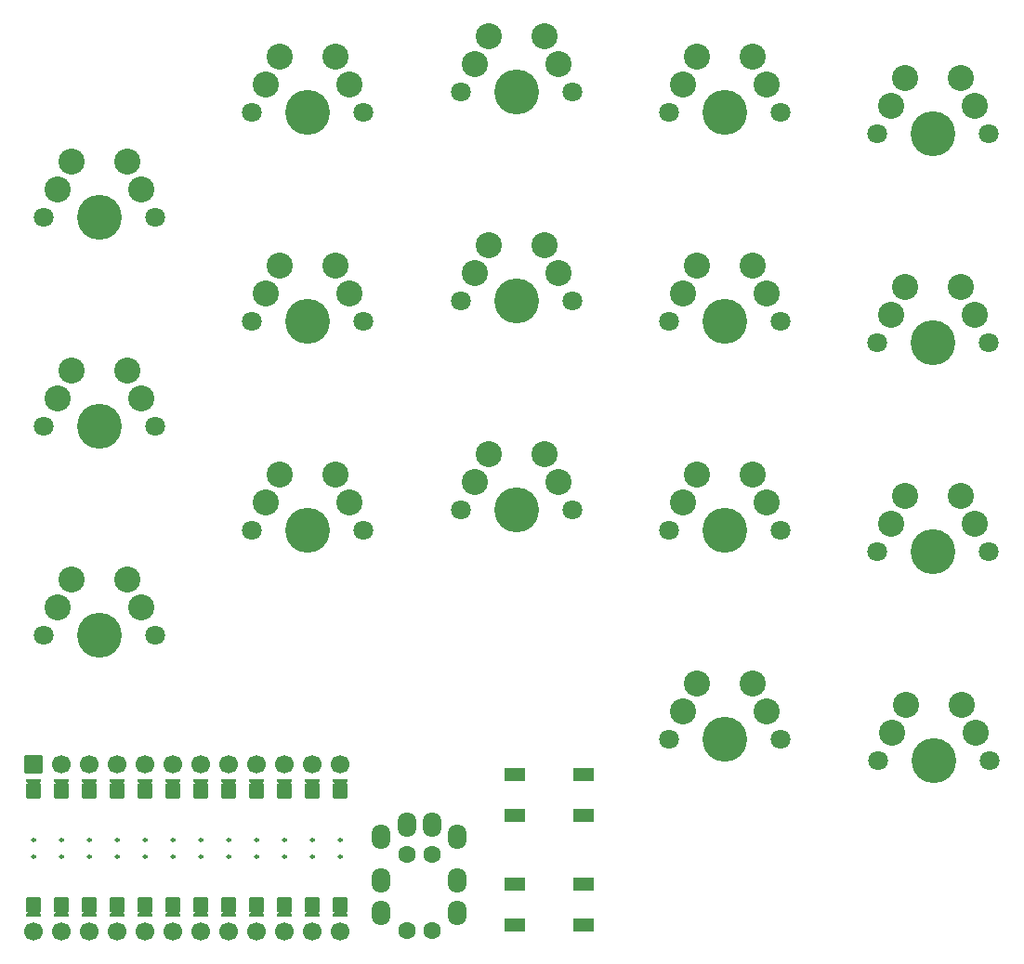
<source format=gbr>
%TF.GenerationSoftware,KiCad,Pcbnew,7.0.0*%
%TF.CreationDate,2023-03-01T18:30:01+00:00*%
%TF.ProjectId,chips-34,63686970-732d-4333-942e-6b696361645f,v1.0.0*%
%TF.SameCoordinates,Original*%
%TF.FileFunction,Soldermask,Bot*%
%TF.FilePolarity,Negative*%
%FSLAX46Y46*%
G04 Gerber Fmt 4.6, Leading zero omitted, Abs format (unit mm)*
G04 Created by KiCad (PCBNEW 7.0.0) date 2023-03-01 18:30:01*
%MOMM*%
%LPD*%
G01*
G04 APERTURE LIST*
G04 Aperture macros list*
%AMRoundRect*
0 Rectangle with rounded corners*
0 $1 Rounding radius*
0 $2 $3 $4 $5 $6 $7 $8 $9 X,Y pos of 4 corners*
0 Add a 4 corners polygon primitive as box body*
4,1,4,$2,$3,$4,$5,$6,$7,$8,$9,$2,$3,0*
0 Add four circle primitives for the rounded corners*
1,1,$1+$1,$2,$3*
1,1,$1+$1,$4,$5*
1,1,$1+$1,$6,$7*
1,1,$1+$1,$8,$9*
0 Add four rect primitives between the rounded corners*
20,1,$1+$1,$2,$3,$4,$5,0*
20,1,$1+$1,$4,$5,$6,$7,0*
20,1,$1+$1,$6,$7,$8,$9,0*
20,1,$1+$1,$8,$9,$2,$3,0*%
%AMFreePoly0*
4,1,14,0.635355,0.435355,0.650000,0.400000,0.650000,0.200000,0.635355,0.164645,0.035355,-0.435355,0.000000,-0.450000,-0.035355,-0.435355,-0.635355,0.164645,-0.650000,0.200000,-0.650000,0.400000,-0.635355,0.435355,-0.600000,0.450000,0.600000,0.450000,0.635355,0.435355,0.635355,0.435355,$1*%
%AMFreePoly1*
4,1,16,0.635355,1.035355,0.650000,1.000000,0.650000,-0.250000,0.635355,-0.285355,0.600000,-0.300000,-0.600000,-0.300000,-0.635355,-0.285355,-0.650000,-0.250000,-0.650000,1.000000,-0.635355,1.035355,-0.600000,1.050000,-0.564645,1.035355,0.000000,0.470710,0.564645,1.035355,0.600000,1.050000,0.635355,1.035355,0.635355,1.035355,$1*%
G04 Aperture macros list end*
%ADD10C,0.250000*%
%ADD11C,0.100000*%
%ADD12C,1.801800*%
%ADD13C,4.087800*%
%ADD14C,2.386000*%
%ADD15C,1.700000*%
%ADD16RoundRect,0.050000X-0.800000X-0.800000X0.800000X-0.800000X0.800000X0.800000X-0.800000X0.800000X0*%
%ADD17FreePoly0,0.000000*%
%ADD18FreePoly0,180.000000*%
%ADD19FreePoly1,180.000000*%
%ADD20FreePoly1,0.000000*%
%ADD21RoundRect,0.050000X-0.900000X-0.550000X0.900000X-0.550000X0.900000X0.550000X-0.900000X0.550000X0*%
%ADD22C,1.600000*%
%ADD23O,1.700000X2.300000*%
G04 APERTURE END LIST*
D10*
%TO.C,MCU1*%
X169515000Y-167259000D02*
G75*
G03*
X169515000Y-167259000I-125000J0D01*
G01*
X169515000Y-168783000D02*
G75*
G03*
X169515000Y-168783000I-125000J0D01*
G01*
X172055000Y-167259000D02*
G75*
G03*
X172055000Y-167259000I-125000J0D01*
G01*
X172055000Y-168783000D02*
G75*
G03*
X172055000Y-168783000I-125000J0D01*
G01*
X174595000Y-167259000D02*
G75*
G03*
X174595000Y-167259000I-125000J0D01*
G01*
X174595000Y-168783000D02*
G75*
G03*
X174595000Y-168783000I-125000J0D01*
G01*
X177135000Y-167259000D02*
G75*
G03*
X177135000Y-167259000I-125000J0D01*
G01*
X177135000Y-168783000D02*
G75*
G03*
X177135000Y-168783000I-125000J0D01*
G01*
X179675000Y-167259000D02*
G75*
G03*
X179675000Y-167259000I-125000J0D01*
G01*
X179675000Y-168783000D02*
G75*
G03*
X179675000Y-168783000I-125000J0D01*
G01*
X182215000Y-167259000D02*
G75*
G03*
X182215000Y-167259000I-125000J0D01*
G01*
X182215000Y-168783000D02*
G75*
G03*
X182215000Y-168783000I-125000J0D01*
G01*
X184755000Y-167259000D02*
G75*
G03*
X184755000Y-167259000I-125000J0D01*
G01*
X184755000Y-168783000D02*
G75*
G03*
X184755000Y-168783000I-125000J0D01*
G01*
X187295000Y-167259000D02*
G75*
G03*
X187295000Y-167259000I-125000J0D01*
G01*
X187295000Y-168783000D02*
G75*
G03*
X187295000Y-168783000I-125000J0D01*
G01*
X189835000Y-167259000D02*
G75*
G03*
X189835000Y-167259000I-125000J0D01*
G01*
X189835000Y-168783000D02*
G75*
G03*
X189835000Y-168783000I-125000J0D01*
G01*
X192375000Y-167259000D02*
G75*
G03*
X192375000Y-167259000I-125000J0D01*
G01*
X192375000Y-168783000D02*
G75*
G03*
X192375000Y-168783000I-125000J0D01*
G01*
X194915000Y-167259000D02*
G75*
G03*
X194915000Y-167259000I-125000J0D01*
G01*
X194915000Y-168783000D02*
G75*
G03*
X194915000Y-168783000I-125000J0D01*
G01*
X197455000Y-167259000D02*
G75*
G03*
X197455000Y-167259000I-125000J0D01*
G01*
X197455000Y-168783000D02*
G75*
G03*
X197455000Y-168783000I-125000J0D01*
G01*
G36*
X169898000Y-174117000D02*
G01*
X168882000Y-174117000D01*
X168882000Y-173101000D01*
X169898000Y-173101000D01*
X169898000Y-174117000D01*
G37*
D11*
X169898000Y-174117000D02*
X168882000Y-174117000D01*
X168882000Y-173101000D01*
X169898000Y-173101000D01*
X169898000Y-174117000D01*
G36*
X169898000Y-162941000D02*
G01*
X168882000Y-162941000D01*
X168882000Y-161925000D01*
X169898000Y-161925000D01*
X169898000Y-162941000D01*
G37*
X169898000Y-162941000D02*
X168882000Y-162941000D01*
X168882000Y-161925000D01*
X169898000Y-161925000D01*
X169898000Y-162941000D01*
G36*
X172438000Y-174117000D02*
G01*
X171422000Y-174117000D01*
X171422000Y-173101000D01*
X172438000Y-173101000D01*
X172438000Y-174117000D01*
G37*
X172438000Y-174117000D02*
X171422000Y-174117000D01*
X171422000Y-173101000D01*
X172438000Y-173101000D01*
X172438000Y-174117000D01*
G36*
X172438000Y-162941000D02*
G01*
X171422000Y-162941000D01*
X171422000Y-161925000D01*
X172438000Y-161925000D01*
X172438000Y-162941000D01*
G37*
X172438000Y-162941000D02*
X171422000Y-162941000D01*
X171422000Y-161925000D01*
X172438000Y-161925000D01*
X172438000Y-162941000D01*
G36*
X174978000Y-174117000D02*
G01*
X173962000Y-174117000D01*
X173962000Y-173101000D01*
X174978000Y-173101000D01*
X174978000Y-174117000D01*
G37*
X174978000Y-174117000D02*
X173962000Y-174117000D01*
X173962000Y-173101000D01*
X174978000Y-173101000D01*
X174978000Y-174117000D01*
G36*
X174978000Y-162941000D02*
G01*
X173962000Y-162941000D01*
X173962000Y-161925000D01*
X174978000Y-161925000D01*
X174978000Y-162941000D01*
G37*
X174978000Y-162941000D02*
X173962000Y-162941000D01*
X173962000Y-161925000D01*
X174978000Y-161925000D01*
X174978000Y-162941000D01*
G36*
X177518000Y-174117000D02*
G01*
X176502000Y-174117000D01*
X176502000Y-173101000D01*
X177518000Y-173101000D01*
X177518000Y-174117000D01*
G37*
X177518000Y-174117000D02*
X176502000Y-174117000D01*
X176502000Y-173101000D01*
X177518000Y-173101000D01*
X177518000Y-174117000D01*
G36*
X177518000Y-162941000D02*
G01*
X176502000Y-162941000D01*
X176502000Y-161925000D01*
X177518000Y-161925000D01*
X177518000Y-162941000D01*
G37*
X177518000Y-162941000D02*
X176502000Y-162941000D01*
X176502000Y-161925000D01*
X177518000Y-161925000D01*
X177518000Y-162941000D01*
G36*
X180058000Y-174117000D02*
G01*
X179042000Y-174117000D01*
X179042000Y-173101000D01*
X180058000Y-173101000D01*
X180058000Y-174117000D01*
G37*
X180058000Y-174117000D02*
X179042000Y-174117000D01*
X179042000Y-173101000D01*
X180058000Y-173101000D01*
X180058000Y-174117000D01*
G36*
X180058000Y-162941000D02*
G01*
X179042000Y-162941000D01*
X179042000Y-161925000D01*
X180058000Y-161925000D01*
X180058000Y-162941000D01*
G37*
X180058000Y-162941000D02*
X179042000Y-162941000D01*
X179042000Y-161925000D01*
X180058000Y-161925000D01*
X180058000Y-162941000D01*
G36*
X182598000Y-174117000D02*
G01*
X181582000Y-174117000D01*
X181582000Y-173101000D01*
X182598000Y-173101000D01*
X182598000Y-174117000D01*
G37*
X182598000Y-174117000D02*
X181582000Y-174117000D01*
X181582000Y-173101000D01*
X182598000Y-173101000D01*
X182598000Y-174117000D01*
G36*
X182598000Y-162941000D02*
G01*
X181582000Y-162941000D01*
X181582000Y-161925000D01*
X182598000Y-161925000D01*
X182598000Y-162941000D01*
G37*
X182598000Y-162941000D02*
X181582000Y-162941000D01*
X181582000Y-161925000D01*
X182598000Y-161925000D01*
X182598000Y-162941000D01*
G36*
X185138000Y-174117000D02*
G01*
X184122000Y-174117000D01*
X184122000Y-173101000D01*
X185138000Y-173101000D01*
X185138000Y-174117000D01*
G37*
X185138000Y-174117000D02*
X184122000Y-174117000D01*
X184122000Y-173101000D01*
X185138000Y-173101000D01*
X185138000Y-174117000D01*
G36*
X185138000Y-162941000D02*
G01*
X184122000Y-162941000D01*
X184122000Y-161925000D01*
X185138000Y-161925000D01*
X185138000Y-162941000D01*
G37*
X185138000Y-162941000D02*
X184122000Y-162941000D01*
X184122000Y-161925000D01*
X185138000Y-161925000D01*
X185138000Y-162941000D01*
G36*
X187678000Y-174117000D02*
G01*
X186662000Y-174117000D01*
X186662000Y-173101000D01*
X187678000Y-173101000D01*
X187678000Y-174117000D01*
G37*
X187678000Y-174117000D02*
X186662000Y-174117000D01*
X186662000Y-173101000D01*
X187678000Y-173101000D01*
X187678000Y-174117000D01*
G36*
X187678000Y-162941000D02*
G01*
X186662000Y-162941000D01*
X186662000Y-161925000D01*
X187678000Y-161925000D01*
X187678000Y-162941000D01*
G37*
X187678000Y-162941000D02*
X186662000Y-162941000D01*
X186662000Y-161925000D01*
X187678000Y-161925000D01*
X187678000Y-162941000D01*
G36*
X190218000Y-174117000D02*
G01*
X189202000Y-174117000D01*
X189202000Y-173101000D01*
X190218000Y-173101000D01*
X190218000Y-174117000D01*
G37*
X190218000Y-174117000D02*
X189202000Y-174117000D01*
X189202000Y-173101000D01*
X190218000Y-173101000D01*
X190218000Y-174117000D01*
G36*
X190218000Y-162941000D02*
G01*
X189202000Y-162941000D01*
X189202000Y-161925000D01*
X190218000Y-161925000D01*
X190218000Y-162941000D01*
G37*
X190218000Y-162941000D02*
X189202000Y-162941000D01*
X189202000Y-161925000D01*
X190218000Y-161925000D01*
X190218000Y-162941000D01*
G36*
X192758000Y-174117000D02*
G01*
X191742000Y-174117000D01*
X191742000Y-173101000D01*
X192758000Y-173101000D01*
X192758000Y-174117000D01*
G37*
X192758000Y-174117000D02*
X191742000Y-174117000D01*
X191742000Y-173101000D01*
X192758000Y-173101000D01*
X192758000Y-174117000D01*
G36*
X192758000Y-162941000D02*
G01*
X191742000Y-162941000D01*
X191742000Y-161925000D01*
X192758000Y-161925000D01*
X192758000Y-162941000D01*
G37*
X192758000Y-162941000D02*
X191742000Y-162941000D01*
X191742000Y-161925000D01*
X192758000Y-161925000D01*
X192758000Y-162941000D01*
G36*
X195298000Y-174117000D02*
G01*
X194282000Y-174117000D01*
X194282000Y-173101000D01*
X195298000Y-173101000D01*
X195298000Y-174117000D01*
G37*
X195298000Y-174117000D02*
X194282000Y-174117000D01*
X194282000Y-173101000D01*
X195298000Y-173101000D01*
X195298000Y-174117000D01*
G36*
X195298000Y-162941000D02*
G01*
X194282000Y-162941000D01*
X194282000Y-161925000D01*
X195298000Y-161925000D01*
X195298000Y-162941000D01*
G37*
X195298000Y-162941000D02*
X194282000Y-162941000D01*
X194282000Y-161925000D01*
X195298000Y-161925000D01*
X195298000Y-162941000D01*
G36*
X197838000Y-174117000D02*
G01*
X196822000Y-174117000D01*
X196822000Y-173101000D01*
X197838000Y-173101000D01*
X197838000Y-174117000D01*
G37*
X197838000Y-174117000D02*
X196822000Y-174117000D01*
X196822000Y-173101000D01*
X197838000Y-173101000D01*
X197838000Y-174117000D01*
G36*
X197838000Y-162941000D02*
G01*
X196822000Y-162941000D01*
X196822000Y-161925000D01*
X197838000Y-161925000D01*
X197838000Y-162941000D01*
G37*
X197838000Y-162941000D02*
X196822000Y-162941000D01*
X196822000Y-161925000D01*
X197838000Y-161925000D01*
X197838000Y-162941000D01*
%TD*%
D12*
%TO.C,S6*%
X189280000Y-100965000D03*
D13*
X194360000Y-100965000D03*
D12*
X199440000Y-100965000D03*
D14*
X191820000Y-95885000D03*
X196900000Y-95885000D03*
X190550000Y-98425000D03*
X198170000Y-98425000D03*
%TD*%
D12*
%TO.C,S4*%
X189280000Y-139065000D03*
D13*
X194360000Y-139065000D03*
D12*
X199440000Y-139065000D03*
D14*
X191820000Y-133985000D03*
X196900000Y-133985000D03*
X190550000Y-136525000D03*
X198170000Y-136525000D03*
%TD*%
D12*
%TO.C,S16*%
X246330000Y-160020000D03*
D13*
X251410000Y-160020000D03*
D12*
X256490000Y-160020000D03*
D14*
X248870000Y-154940000D03*
X253950000Y-154940000D03*
X247600000Y-157480000D03*
X255220000Y-157480000D03*
%TD*%
D12*
%TO.C,S2*%
X170280000Y-129540000D03*
D13*
X175360000Y-129540000D03*
D12*
X180440000Y-129540000D03*
D14*
X172820000Y-124460000D03*
X177900000Y-124460000D03*
X171550000Y-127000000D03*
X179170000Y-127000000D03*
%TD*%
D15*
%TO.C,MCU1*%
X169390000Y-160401000D03*
D16*
X169390000Y-160401000D03*
D17*
X169390000Y-162179000D03*
D18*
X169390000Y-173863000D03*
D15*
X169390000Y-175641000D03*
X171930000Y-160401000D03*
D17*
X171930000Y-162179000D03*
D18*
X171930000Y-173863000D03*
D15*
X171930000Y-175641000D03*
X174470000Y-160401000D03*
D17*
X174470000Y-162179000D03*
D18*
X174470000Y-173863000D03*
D15*
X174470000Y-175641000D03*
X177010000Y-160401000D03*
D17*
X177010000Y-162179000D03*
D18*
X177010000Y-173863000D03*
D15*
X177010000Y-175641000D03*
X179550000Y-160401000D03*
D17*
X179550000Y-162179000D03*
D18*
X179550000Y-173863000D03*
D15*
X179550000Y-175641000D03*
X182090000Y-160401000D03*
D17*
X182090000Y-162179000D03*
D18*
X182090000Y-173863000D03*
D15*
X182090000Y-175641000D03*
X184630000Y-160401000D03*
D17*
X184630000Y-162179000D03*
D18*
X184630000Y-173863000D03*
D15*
X184630000Y-175641000D03*
X187170000Y-160401000D03*
D17*
X187170000Y-162179000D03*
D18*
X187170000Y-173863000D03*
D15*
X187170000Y-175641000D03*
X189710000Y-160401000D03*
D17*
X189710000Y-162179000D03*
D18*
X189710000Y-173863000D03*
D15*
X189710000Y-175641000D03*
X192250000Y-160401000D03*
D17*
X192250000Y-162179000D03*
D18*
X192250000Y-173863000D03*
D15*
X192250000Y-175641000D03*
X194790000Y-160401000D03*
D17*
X194790000Y-162179000D03*
D18*
X194790000Y-173863000D03*
D15*
X194790000Y-175641000D03*
X197330000Y-160401000D03*
D17*
X197330000Y-162179000D03*
D18*
X197330000Y-173863000D03*
D15*
X197330000Y-175641000D03*
D19*
X169390000Y-172847000D03*
X171930000Y-172847000D03*
X174470000Y-172847000D03*
X177010000Y-172847000D03*
X179550000Y-172847000D03*
X182090000Y-172847000D03*
X184630000Y-172847000D03*
X187170000Y-172847000D03*
X189710000Y-172847000D03*
X192250000Y-172847000D03*
X194790000Y-172847000D03*
X197330000Y-172847000D03*
D20*
X197330000Y-163195000D03*
X194790000Y-163195000D03*
X192250000Y-163195000D03*
X189710000Y-163195000D03*
X187170000Y-163195000D03*
X184630000Y-163195000D03*
X182090000Y-163195000D03*
X179550000Y-163195000D03*
X177010000Y-163195000D03*
X174470000Y-163195000D03*
X171930000Y-163195000D03*
X169390000Y-163195000D03*
%TD*%
D12*
%TO.C,S7*%
X208280000Y-137160000D03*
D13*
X213360000Y-137160000D03*
D12*
X218440000Y-137160000D03*
D14*
X210820000Y-132080000D03*
X215900000Y-132080000D03*
X209550000Y-134620000D03*
X217170000Y-134620000D03*
%TD*%
D21*
%TO.C,B4*%
X213260000Y-171310000D03*
X219460000Y-171310000D03*
X213260000Y-175010000D03*
X219460000Y-175010000D03*
%TD*%
D12*
%TO.C,S3*%
X170280000Y-110490000D03*
D13*
X175360000Y-110490000D03*
D12*
X180440000Y-110490000D03*
D14*
X172820000Y-105410000D03*
X177900000Y-105410000D03*
X171550000Y-107950000D03*
X179170000Y-107950000D03*
%TD*%
D12*
%TO.C,S1*%
X170280000Y-148590000D03*
D13*
X175360000Y-148590000D03*
D12*
X180440000Y-148590000D03*
D14*
X172820000Y-143510000D03*
X177900000Y-143510000D03*
X171550000Y-146050000D03*
X179170000Y-146050000D03*
%TD*%
D12*
%TO.C,S8*%
X208280000Y-118110000D03*
D13*
X213360000Y-118110000D03*
D12*
X218440000Y-118110000D03*
D14*
X210820000Y-113030000D03*
X215900000Y-113030000D03*
X209550000Y-115570000D03*
X217170000Y-115570000D03*
%TD*%
D12*
%TO.C,S14*%
X246280000Y-121920000D03*
D13*
X251360000Y-121920000D03*
D12*
X256440000Y-121920000D03*
D14*
X248820000Y-116840000D03*
X253900000Y-116840000D03*
X247550000Y-119380000D03*
X255170000Y-119380000D03*
%TD*%
D22*
%TO.C,TRRS1*%
X205660000Y-175560000D03*
X205660000Y-168560000D03*
X203360000Y-175560000D03*
X203360000Y-168560000D03*
D23*
X205659999Y-165859999D03*
X203359999Y-165859999D03*
X207959999Y-166959999D03*
X201059999Y-166959999D03*
X207959999Y-170959999D03*
X201059999Y-170959999D03*
X207959999Y-173959999D03*
X201059999Y-173959999D03*
%TD*%
D12*
%TO.C,S5*%
X189280000Y-120015000D03*
D13*
X194360000Y-120015000D03*
D12*
X199440000Y-120015000D03*
D14*
X191820000Y-114935000D03*
X196900000Y-114935000D03*
X190550000Y-117475000D03*
X198170000Y-117475000D03*
%TD*%
D12*
%TO.C,S10*%
X227280000Y-139065000D03*
D13*
X232360000Y-139065000D03*
D12*
X237440000Y-139065000D03*
D14*
X229820000Y-133985000D03*
X234900000Y-133985000D03*
X228550000Y-136525000D03*
X236170000Y-136525000D03*
%TD*%
D12*
%TO.C,S17*%
X227280000Y-158115000D03*
D13*
X232360000Y-158115000D03*
D12*
X237440000Y-158115000D03*
D14*
X229820000Y-153035000D03*
X234900000Y-153035000D03*
X228550000Y-155575000D03*
X236170000Y-155575000D03*
%TD*%
D12*
%TO.C,S13*%
X246280000Y-140970000D03*
D13*
X251360000Y-140970000D03*
D12*
X256440000Y-140970000D03*
D14*
X248820000Y-135890000D03*
X253900000Y-135890000D03*
X247550000Y-138430000D03*
X255170000Y-138430000D03*
%TD*%
D12*
%TO.C,S9*%
X208280000Y-99060000D03*
D13*
X213360000Y-99060000D03*
D12*
X218440000Y-99060000D03*
D14*
X210820000Y-93980000D03*
X215900000Y-93980000D03*
X209550000Y-96520000D03*
X217170000Y-96520000D03*
%TD*%
D12*
%TO.C,S12*%
X227280000Y-100965000D03*
D13*
X232360000Y-100965000D03*
D12*
X237440000Y-100965000D03*
D14*
X229820000Y-95885000D03*
X234900000Y-95885000D03*
X228550000Y-98425000D03*
X236170000Y-98425000D03*
%TD*%
D21*
%TO.C,B2*%
X213260000Y-161310000D03*
X219460000Y-161310000D03*
X213260000Y-165010000D03*
X219460000Y-165010000D03*
%TD*%
D12*
%TO.C,S11*%
X227280000Y-120015000D03*
D13*
X232360000Y-120015000D03*
D12*
X237440000Y-120015000D03*
D14*
X229820000Y-114935000D03*
X234900000Y-114935000D03*
X228550000Y-117475000D03*
X236170000Y-117475000D03*
%TD*%
D12*
%TO.C,S15*%
X246280000Y-102870000D03*
D13*
X251360000Y-102870000D03*
D12*
X256440000Y-102870000D03*
D14*
X248820000Y-97790000D03*
X253900000Y-97790000D03*
X247550000Y-100330000D03*
X255170000Y-100330000D03*
%TD*%
M02*

</source>
